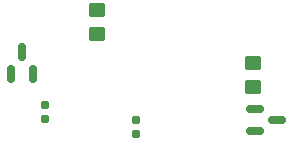
<source format=gbr>
%TF.GenerationSoftware,KiCad,Pcbnew,7.0.10*%
%TF.CreationDate,2024-07-06T13:40:55+02:00*%
%TF.ProjectId,OverlordDimmer,4f766572-6c6f-4726-9444-696d6d65722e,rev?*%
%TF.SameCoordinates,Original*%
%TF.FileFunction,Paste,Bot*%
%TF.FilePolarity,Positive*%
%FSLAX46Y46*%
G04 Gerber Fmt 4.6, Leading zero omitted, Abs format (unit mm)*
G04 Created by KiCad (PCBNEW 7.0.10) date 2024-07-06 13:40:55*
%MOMM*%
%LPD*%
G01*
G04 APERTURE LIST*
G04 Aperture macros list*
%AMRoundRect*
0 Rectangle with rounded corners*
0 $1 Rounding radius*
0 $2 $3 $4 $5 $6 $7 $8 $9 X,Y pos of 4 corners*
0 Add a 4 corners polygon primitive as box body*
4,1,4,$2,$3,$4,$5,$6,$7,$8,$9,$2,$3,0*
0 Add four circle primitives for the rounded corners*
1,1,$1+$1,$2,$3*
1,1,$1+$1,$4,$5*
1,1,$1+$1,$6,$7*
1,1,$1+$1,$8,$9*
0 Add four rect primitives between the rounded corners*
20,1,$1+$1,$2,$3,$4,$5,0*
20,1,$1+$1,$4,$5,$6,$7,0*
20,1,$1+$1,$6,$7,$8,$9,0*
20,1,$1+$1,$8,$9,$2,$3,0*%
G04 Aperture macros list end*
%ADD10RoundRect,0.160000X0.160000X-0.197500X0.160000X0.197500X-0.160000X0.197500X-0.160000X-0.197500X0*%
%ADD11RoundRect,0.250000X0.450000X-0.350000X0.450000X0.350000X-0.450000X0.350000X-0.450000X-0.350000X0*%
%ADD12RoundRect,0.150000X-0.587500X-0.150000X0.587500X-0.150000X0.587500X0.150000X-0.587500X0.150000X0*%
%ADD13RoundRect,0.150000X0.150000X-0.587500X0.150000X0.587500X-0.150000X0.587500X-0.150000X-0.587500X0*%
G04 APERTURE END LIST*
D10*
%TO.C,R27*%
X64710000Y-106807500D03*
X64710000Y-105612500D03*
%TD*%
D11*
%TO.C,R25*%
X61400000Y-98300000D03*
X61400000Y-96300000D03*
%TD*%
D10*
%TO.C,R15*%
X56970000Y-105487500D03*
X56970000Y-104292500D03*
%TD*%
D12*
%TO.C,Q21*%
X74725000Y-106550000D03*
X74725000Y-104650000D03*
X76600000Y-105600000D03*
%TD*%
D13*
%TO.C,Q22*%
X55950000Y-101675000D03*
X54050000Y-101675000D03*
X55000000Y-99800000D03*
%TD*%
D11*
%TO.C,R30*%
X74600000Y-102800000D03*
X74600000Y-100800000D03*
%TD*%
M02*

</source>
